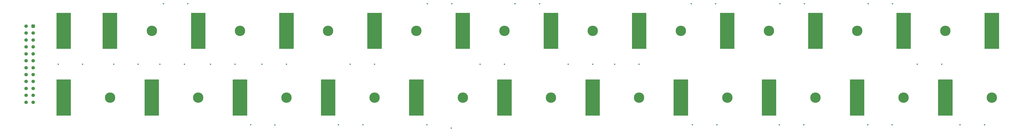
<source format=gbr>
%TF.GenerationSoftware,KiCad,Pcbnew,9.0.4*%
%TF.CreationDate,2025-09-16T19:44:55+08:00*%
%TF.ProjectId,accum_pcb_up,61636375-6d5f-4706-9362-5f75702e6b69,rev?*%
%TF.SameCoordinates,Original*%
%TF.FileFunction,Copper,L4,Bot*%
%TF.FilePolarity,Positive*%
%FSLAX46Y46*%
G04 Gerber Fmt 4.6, Leading zero omitted, Abs format (unit mm)*
G04 Created by KiCad (PCBNEW 9.0.4) date 2025-09-16 19:44:55*
%MOMM*%
%LPD*%
G01*
G04 APERTURE LIST*
G04 Aperture macros list*
%AMRoundRect*
0 Rectangle with rounded corners*
0 $1 Rounding radius*
0 $2 $3 $4 $5 $6 $7 $8 $9 X,Y pos of 4 corners*
0 Add a 4 corners polygon primitive as box body*
4,1,4,$2,$3,$4,$5,$6,$7,$8,$9,$2,$3,0*
0 Add four circle primitives for the rounded corners*
1,1,$1+$1,$2,$3*
1,1,$1+$1,$4,$5*
1,1,$1+$1,$6,$7*
1,1,$1+$1,$8,$9*
0 Add four rect primitives between the rounded corners*
20,1,$1+$1,$2,$3,$4,$5,0*
20,1,$1+$1,$4,$5,$6,$7,0*
20,1,$1+$1,$6,$7,$8,$9,0*
20,1,$1+$1,$8,$9,$2,$3,0*%
G04 Aperture macros list end*
%TA.AperFunction,ComponentPad*%
%ADD10C,4.500000*%
%TD*%
%TA.AperFunction,ComponentPad*%
%ADD11RoundRect,0.250001X-0.499999X0.499999X-0.499999X-0.499999X0.499999X-0.499999X0.499999X0.499999X0*%
%TD*%
%TA.AperFunction,ComponentPad*%
%ADD12C,1.500000*%
%TD*%
%TA.AperFunction,ViaPad*%
%ADD13C,0.600000*%
%TD*%
G04 APERTURE END LIST*
D10*
%TO.P,,1*%
%TO.N,/Cell_8-*%
X235443015Y-179675500D03*
%TD*%
%TO.P,,1*%
%TO.N,/Cell_14-*%
X349583304Y-179680000D03*
%TD*%
%TO.P,,1*%
%TO.N,N/C*%
X367583985Y-179681500D03*
%TD*%
%TO.P,,1*%
%TO.N,/Cell_22-*%
X501770334Y-179686000D03*
%TD*%
%TO.P,,1*%
%TO.N,N/C*%
X139303985Y-179672500D03*
%TD*%
%TO.P,,1*%
%TO.N,N/C*%
X291491015Y-179678500D03*
%TD*%
%TO.P,,1*%
%TO.N,N/C*%
X177350333Y-179674000D03*
%TD*%
%TO.P,,1*%
%TO.N,/Cell_7-*%
X215382564Y-208611500D03*
%TD*%
%TO.P,,1*%
%TO.N,N/C*%
X159350015Y-208610500D03*
%TD*%
%TO.P,,1*%
%TO.N,/Cell_5-*%
X177350696Y-208612000D03*
%TD*%
%TO.P,,1*%
%TO.N,N/C*%
X121303682Y-208611500D03*
%TD*%
%TO.P,,1*%
%TO.N,/Cell_15-*%
X367584348Y-208619500D03*
%TD*%
%TO.P,,1*%
%TO.N,/Cell_19-*%
X443678015Y-208620500D03*
%TD*%
%TO.P,,1*%
%TO.N,/Cell_17-*%
X405631363Y-208619000D03*
%TD*%
%TO.P,,1*%
%TO.N,N/C*%
X235443378Y-208611500D03*
%TD*%
%TO.P,,1*%
%TO.N,/Cell_16-*%
X387629652Y-179681500D03*
%TD*%
D11*
%TO.P,J1,1,Pin_1*%
%TO.N,/Cell_20-_out*%
X88070000Y-177652144D03*
D12*
%TO.P,J1,2,Pin_2*%
%TO.N,/Cell_16-_out*%
X88070000Y-180652144D03*
%TO.P,J1,3,Pin_3*%
%TO.N,/Cell_1+_out*%
X88070000Y-183652144D03*
%TO.P,J1,4,Pin_4*%
%TO.N,/Cell_4-_out*%
X88070000Y-186652144D03*
%TO.P,J1,5,Pin_5*%
%TO.N,/Cell_2-_out*%
X88070000Y-189652144D03*
%TO.P,J1,6,Pin_6*%
%TO.N,/Cell_6-_out*%
X88070000Y-192652144D03*
%TO.P,J1,7,Pin_7*%
%TO.N,/Cell_3-_out*%
X88070000Y-195652144D03*
%TO.P,J1,8,Pin_8*%
%TO.N,/Cell_1-_out*%
X88070000Y-198652144D03*
%TO.P,J1,9,Pin_9*%
%TO.N,/Cell_7-_out*%
X88070000Y-201652144D03*
%TO.P,J1,10,Pin_10*%
%TO.N,/Cell_5-_out*%
X88070000Y-204652144D03*
%TO.P,J1,11,Pin_11*%
%TO.N,/Cell_15-_out*%
X88070000Y-207652144D03*
%TO.P,J1,12,Pin_12*%
%TO.N,/Cell_17-_out*%
X88070000Y-210652144D03*
%TO.P,J1,13,Pin_13*%
%TO.N,/Cell_22-_out*%
X85070000Y-177652144D03*
%TO.P,J1,14,Pin_14*%
%TO.N,/Cell_18-_out*%
X85070000Y-180652144D03*
%TO.P,J1,15,Pin_15*%
%TO.N,/Cell_10-_out*%
X85070000Y-183652144D03*
%TO.P,J1,16,Pin_16*%
%TO.N,/Cell_12-_out*%
X85070000Y-186652144D03*
%TO.P,J1,17,Pin_17*%
%TO.N,/Cell_14-_out*%
X85070000Y-189652144D03*
%TO.P,J1,18,Pin_18*%
%TO.N,/Cell_8-_out*%
X85070000Y-192652144D03*
%TO.P,J1,19,Pin_19*%
%TO.N,/Cell_13-_out*%
X85070000Y-195652144D03*
%TO.P,J1,20,Pin_20*%
%TO.N,/Cell_11-_out*%
X85070000Y-198652144D03*
%TO.P,J1,21,Pin_21*%
%TO.N,/Cell_9-_out*%
X85070000Y-201652144D03*
%TO.P,J1,22,Pin_22*%
%TO.N,unconnected-(J1-Pin_22-Pad22)*%
X85070000Y-204652144D03*
%TO.P,J1,23,Pin_23*%
%TO.N,/Cell_19-_out*%
X85070000Y-207652144D03*
%TO.P,J1,24,Pin_24*%
%TO.N,/Cell_21-_out*%
X85070000Y-210652144D03*
%TD*%
D10*
%TO.P,,1*%
%TO.N,N/C*%
X425677030Y-208619000D03*
%TD*%
%TO.P,,1*%
%TO.N,N/C*%
X311536682Y-208611500D03*
%TD*%
%TO.P,,1*%
%TO.N,/Cell_12-*%
X311536682Y-179678500D03*
%TD*%
%TO.P,,1*%
%TO.N,N/C*%
X349583667Y-208618000D03*
%TD*%
%TO.P,,1*%
%TO.N,/Cell_6-*%
X197396000Y-179674000D03*
%TD*%
%TO.P,,1*%
%TO.N,/Cell_9-*%
X253444363Y-208613000D03*
%TD*%
%TO.P,,1*%
%TO.N,N/C*%
X329537637Y-179680000D03*
%TD*%
%TO.P,,1*%
%TO.N,/Cell_11-*%
X291491015Y-208611500D03*
%TD*%
%TO.P,,1*%
%TO.N,N/C*%
X273490030Y-208613000D03*
%TD*%
%TO.P,,1*%
%TO.N,N/C*%
X387630015Y-208619500D03*
%TD*%
%TO.P,,1*%
%TO.N,/Cell_10-*%
X273489667Y-179677000D03*
%TD*%
%TO.P,,1*%
%TO.N,N/C*%
X215397348Y-179675500D03*
%TD*%
%TO.P,,1*%
%TO.N,N/C*%
X443677652Y-179684500D03*
%TD*%
%TO.P,,1*%
%TO.N,/Cell_20-*%
X463723319Y-179684500D03*
%TD*%
%TO.P,,1*%
%TO.N,/Cell_4-*%
X159349652Y-179672500D03*
%TD*%
%TO.P,,1*%
%TO.N,/Cell_3-*%
X139304348Y-208610500D03*
%TD*%
%TO.P,,1*%
%TO.N,/Cell_1+*%
X101257652Y-179673500D03*
%TD*%
%TO.P,,1*%
%TO.N,N/C*%
X481724667Y-179686000D03*
%TD*%
%TO.P,,1*%
%TO.N,/Cell_21-*%
X481724667Y-208619000D03*
%TD*%
%TO.P,,1*%
%TO.N,/Cell_2-*%
X121303319Y-179673500D03*
%TD*%
%TO.P,,1*%
%TO.N,/Cell_13-*%
X329538000Y-208618000D03*
%TD*%
%TO.P,,1*%
%TO.N,/Cell_1-*%
X101258015Y-208611500D03*
%TD*%
%TO.P,,1*%
%TO.N,N/C*%
X501770334Y-208619000D03*
%TD*%
%TO.P,,1*%
%TO.N,N/C*%
X405631000Y-179683000D03*
%TD*%
%TO.P,,1*%
%TO.N,N/C*%
X463723682Y-208620500D03*
%TD*%
%TO.P,,1*%
%TO.N,/Cell_18-*%
X425676667Y-179683000D03*
%TD*%
%TO.P,,1*%
%TO.N,N/C*%
X253444000Y-179677000D03*
%TD*%
%TO.P,,1*%
%TO.N,N/C*%
X197396363Y-208612000D03*
%TD*%
D13*
%TO.N,/Cell_1+_out*%
X98925000Y-194152145D03*
%TO.N,/Cell_1+*%
X101257652Y-185673500D03*
X109475000Y-194152145D03*
%TO.N,/Cell_1-_out*%
X122891000Y-194152145D03*
%TO.N,/Cell_1-*%
X133441000Y-194152145D03*
X101258015Y-202611500D03*
%TO.N,/Cell_2-*%
X121303319Y-185673500D03*
X153392000Y-194152145D03*
%TO.N,/Cell_2-_out*%
X142842000Y-194152145D03*
%TO.N,/Cell_3-_out*%
X164645000Y-194152145D03*
%TO.N,/Cell_3-*%
X139304348Y-202610500D03*
X175195000Y-194152145D03*
%TO.N,/Cell_4-*%
X154833000Y-167947000D03*
X159349652Y-173673500D03*
%TO.N,/Cell_4-_out*%
X144283000Y-167947000D03*
%TO.N,/Cell_5-_out*%
X192426114Y-220468114D03*
%TO.N,/Cell_5-*%
X177350696Y-214612000D03*
X181964228Y-220380000D03*
%TO.N,/Cell_6-_out*%
X186846000Y-194152145D03*
%TO.N,/Cell_6-*%
X197396000Y-185674000D03*
X197396000Y-194152145D03*
%TO.N,/Cell_7-_out*%
X219878000Y-220380000D03*
%TO.N,/Cell_7-*%
X230428000Y-220380000D03*
X215382564Y-214612000D03*
%TO.N,/Cell_8-_out*%
X224906000Y-194152145D03*
%TO.N,/Cell_8-*%
X235456000Y-194152145D03*
X235443015Y-185675500D03*
%TO.N,/Cell_9-_out*%
X268570000Y-221880000D03*
%TO.N,/Cell_9-*%
X258020000Y-220380000D03*
X253444363Y-214612000D03*
%TO.N,/Cell_10-_out*%
X258197000Y-167947000D03*
%TO.N,/Cell_10-*%
X268747000Y-167947000D03*
X273489667Y-173673500D03*
%TO.N,/Cell_11-_out*%
X280948000Y-194152145D03*
%TO.N,/Cell_11-*%
X291498000Y-194152145D03*
X291491015Y-202611500D03*
%TO.N,/Cell_12-*%
X306629000Y-167947000D03*
X311536682Y-173673500D03*
%TO.N,/Cell_12-_out*%
X296079000Y-167947000D03*
%TO.N,/Cell_13-*%
X329546000Y-194152145D03*
X329538000Y-202618000D03*
%TO.N,/Cell_13-_out*%
X318996000Y-194152145D03*
%TO.N,/Cell_14-_out*%
X339043000Y-194152145D03*
%TO.N,/Cell_14-*%
X349593000Y-194152145D03*
X349583304Y-185680000D03*
%TO.N,/Cell_15-*%
X367584348Y-214612000D03*
X372584000Y-220380000D03*
%TO.N,/Cell_15-_out*%
X383134000Y-220380000D03*
%TO.N,/Cell_16-*%
X382597000Y-167947000D03*
X387629652Y-173673500D03*
%TO.N,/Cell_16-_out*%
X372047000Y-167947000D03*
%TO.N,/Cell_17-_out*%
X420668200Y-220380000D03*
%TO.N,/Cell_17-*%
X405631363Y-214612000D03*
X410118200Y-220380000D03*
%TO.N,/Cell_18-_out*%
X410339000Y-167947000D03*
%TO.N,/Cell_18-*%
X425676667Y-173673500D03*
X420889000Y-167947000D03*
%TO.N,/Cell_19-_out*%
X458816000Y-220380000D03*
%TO.N,/Cell_19-*%
X448266000Y-220380000D03*
X443678015Y-214612000D03*
%TO.N,/Cell_20-_out*%
X448407000Y-167947000D03*
%TO.N,/Cell_20-*%
X463723319Y-173673500D03*
X458957000Y-167947000D03*
%TO.N,/Cell_21-*%
X481724667Y-214612000D03*
X488069000Y-220380000D03*
%TO.N,/Cell_21-_out*%
X498619000Y-220380000D03*
%TO.N,/Cell_22-*%
X480201000Y-194152145D03*
X501770334Y-185673500D03*
%TO.N,/Cell_22-_out*%
X469651000Y-194152145D03*
%TD*%
%TA.AperFunction,Conductor*%
%TO.N,/Cell_17-*%
G36*
X408685870Y-200828185D02*
G01*
X408731625Y-200880989D01*
X408742831Y-200932500D01*
X408742831Y-216305500D01*
X408723146Y-216372539D01*
X408670342Y-216418294D01*
X408618831Y-216429500D01*
X402643902Y-216429500D01*
X402576863Y-216409815D01*
X402531108Y-216357011D01*
X402519902Y-216305493D01*
X402520824Y-200932493D01*
X402540513Y-200865454D01*
X402593319Y-200819703D01*
X402644824Y-200808500D01*
X408618831Y-200808500D01*
X408685870Y-200828185D01*
G37*
%TD.AperFunction*%
%TD*%
%TA.AperFunction,Conductor*%
%TO.N,/Cell_11-*%
G36*
X294545522Y-200820685D02*
G01*
X294591277Y-200873489D01*
X294602483Y-200925000D01*
X294602483Y-216298000D01*
X294582798Y-216365039D01*
X294529994Y-216410794D01*
X294478483Y-216422000D01*
X288503554Y-216422000D01*
X288436515Y-216402315D01*
X288390760Y-216349511D01*
X288379554Y-216297993D01*
X288380476Y-200924993D01*
X288400165Y-200857954D01*
X288452971Y-200812203D01*
X288504476Y-200801000D01*
X294478483Y-200801000D01*
X294545522Y-200820685D01*
G37*
%TD.AperFunction*%
%TD*%
%TA.AperFunction,Conductor*%
%TO.N,/Cell_10-*%
G36*
X276544174Y-171886185D02*
G01*
X276589929Y-171938989D01*
X276601135Y-171990500D01*
X276601135Y-187363500D01*
X276581450Y-187430539D01*
X276528646Y-187476294D01*
X276477135Y-187487500D01*
X270502206Y-187487500D01*
X270435167Y-187467815D01*
X270389412Y-187415011D01*
X270378206Y-187363493D01*
X270379128Y-171990493D01*
X270398817Y-171923454D01*
X270451623Y-171877703D01*
X270503128Y-171866500D01*
X276477135Y-171866500D01*
X276544174Y-171886185D01*
G37*
%TD.AperFunction*%
%TD*%
%TA.AperFunction,Conductor*%
%TO.N,/Cell_5-*%
G36*
X180405203Y-200821185D02*
G01*
X180450958Y-200873989D01*
X180462164Y-200925500D01*
X180462164Y-216298500D01*
X180442479Y-216365539D01*
X180389675Y-216411294D01*
X180338164Y-216422500D01*
X174363235Y-216422500D01*
X174296196Y-216402815D01*
X174250441Y-216350011D01*
X174239235Y-216298493D01*
X174240157Y-200925493D01*
X174259846Y-200858454D01*
X174312652Y-200812703D01*
X174364157Y-200801500D01*
X180338164Y-200801500D01*
X180405203Y-200821185D01*
G37*
%TD.AperFunction*%
%TD*%
%TA.AperFunction,Conductor*%
%TO.N,/Cell_18-*%
G36*
X428731174Y-171892185D02*
G01*
X428776929Y-171944989D01*
X428788135Y-171996500D01*
X428788135Y-187369500D01*
X428768450Y-187436539D01*
X428715646Y-187482294D01*
X428664135Y-187493500D01*
X422689206Y-187493500D01*
X422622167Y-187473815D01*
X422576412Y-187421011D01*
X422565206Y-187369493D01*
X422566128Y-171996493D01*
X422585817Y-171929454D01*
X422638623Y-171883703D01*
X422690128Y-171872500D01*
X428664135Y-171872500D01*
X428731174Y-171892185D01*
G37*
%TD.AperFunction*%
%TD*%
%TA.AperFunction,Conductor*%
%TO.N,/Cell_4-*%
G36*
X162404159Y-171881685D02*
G01*
X162449914Y-171934489D01*
X162461120Y-171986000D01*
X162461120Y-187359000D01*
X162441435Y-187426039D01*
X162388631Y-187471794D01*
X162337120Y-187483000D01*
X156362191Y-187483000D01*
X156295152Y-187463315D01*
X156249397Y-187410511D01*
X156238191Y-187358993D01*
X156239113Y-171985993D01*
X156258802Y-171918954D01*
X156311608Y-171873203D01*
X156363113Y-171862000D01*
X162337120Y-171862000D01*
X162404159Y-171881685D01*
G37*
%TD.AperFunction*%
%TD*%
%TA.AperFunction,Conductor*%
%TO.N,/Cell_1-*%
G36*
X104312522Y-200820685D02*
G01*
X104358277Y-200873489D01*
X104369483Y-200925000D01*
X104369483Y-216298000D01*
X104349798Y-216365039D01*
X104296994Y-216410794D01*
X104245483Y-216422000D01*
X98270554Y-216422000D01*
X98203515Y-216402315D01*
X98157760Y-216349511D01*
X98146554Y-216297993D01*
X98147476Y-200924993D01*
X98167165Y-200857954D01*
X98219971Y-200812203D01*
X98271476Y-200801000D01*
X104245483Y-200801000D01*
X104312522Y-200820685D01*
G37*
%TD.AperFunction*%
%TD*%
%TA.AperFunction,Conductor*%
%TO.N,/Cell_7-*%
G36*
X218437071Y-200820685D02*
G01*
X218482826Y-200873489D01*
X218494032Y-200925000D01*
X218494032Y-216298000D01*
X218474347Y-216365039D01*
X218421543Y-216410794D01*
X218370032Y-216422000D01*
X212395103Y-216422000D01*
X212328064Y-216402315D01*
X212282309Y-216349511D01*
X212271103Y-216297993D01*
X212272025Y-200924993D01*
X212291714Y-200857954D01*
X212344520Y-200812203D01*
X212396025Y-200801000D01*
X218370032Y-200801000D01*
X218437071Y-200820685D01*
G37*
%TD.AperFunction*%
%TD*%
%TA.AperFunction,Conductor*%
%TO.N,/Cell_13-*%
G36*
X332592507Y-200827185D02*
G01*
X332638262Y-200879989D01*
X332649468Y-200931500D01*
X332649468Y-216304500D01*
X332629783Y-216371539D01*
X332576979Y-216417294D01*
X332525468Y-216428500D01*
X326550539Y-216428500D01*
X326483500Y-216408815D01*
X326437745Y-216356011D01*
X326426539Y-216304493D01*
X326427461Y-200931493D01*
X326447150Y-200864454D01*
X326499956Y-200818703D01*
X326551461Y-200807500D01*
X332525468Y-200807500D01*
X332592507Y-200827185D01*
G37*
%TD.AperFunction*%
%TD*%
%TA.AperFunction,Conductor*%
%TO.N,/Cell_22-*%
G36*
X504824841Y-171895185D02*
G01*
X504870596Y-171947989D01*
X504881802Y-171999500D01*
X504881802Y-187372500D01*
X504862117Y-187439539D01*
X504809313Y-187485294D01*
X504757802Y-187496500D01*
X498782873Y-187496500D01*
X498715834Y-187476815D01*
X498670079Y-187424011D01*
X498658873Y-187372493D01*
X498659795Y-171999493D01*
X498679484Y-171932454D01*
X498732290Y-171886703D01*
X498783795Y-171875500D01*
X504757802Y-171875500D01*
X504824841Y-171895185D01*
G37*
%TD.AperFunction*%
%TD*%
%TA.AperFunction,Conductor*%
%TO.N,/Cell_12-*%
G36*
X314591189Y-171887685D02*
G01*
X314636944Y-171940489D01*
X314648150Y-171992000D01*
X314648150Y-187365000D01*
X314628465Y-187432039D01*
X314575661Y-187477794D01*
X314524150Y-187489000D01*
X308549221Y-187489000D01*
X308482182Y-187469315D01*
X308436427Y-187416511D01*
X308425221Y-187364993D01*
X308426143Y-171991993D01*
X308445832Y-171924954D01*
X308498638Y-171879203D01*
X308550143Y-171868000D01*
X314524150Y-171868000D01*
X314591189Y-171887685D01*
G37*
%TD.AperFunction*%
%TD*%
%TA.AperFunction,Conductor*%
%TO.N,/Cell_19-*%
G36*
X446732522Y-200829685D02*
G01*
X446778277Y-200882489D01*
X446789483Y-200934000D01*
X446789483Y-216307000D01*
X446769798Y-216374039D01*
X446716994Y-216419794D01*
X446665483Y-216431000D01*
X440690554Y-216431000D01*
X440623515Y-216411315D01*
X440577760Y-216358511D01*
X440566554Y-216306993D01*
X440567476Y-200933993D01*
X440587165Y-200866954D01*
X440639971Y-200821203D01*
X440691476Y-200810000D01*
X446665483Y-200810000D01*
X446732522Y-200829685D01*
G37*
%TD.AperFunction*%
%TD*%
%TA.AperFunction,Conductor*%
%TO.N,/Cell_16-*%
G36*
X390684159Y-171890685D02*
G01*
X390729914Y-171943489D01*
X390741120Y-171995000D01*
X390741120Y-187368000D01*
X390721435Y-187435039D01*
X390668631Y-187480794D01*
X390617120Y-187492000D01*
X384642191Y-187492000D01*
X384575152Y-187472315D01*
X384529397Y-187419511D01*
X384518191Y-187367993D01*
X384519113Y-171994993D01*
X384538802Y-171927954D01*
X384591608Y-171882203D01*
X384643113Y-171871000D01*
X390617120Y-171871000D01*
X390684159Y-171890685D01*
G37*
%TD.AperFunction*%
%TD*%
%TA.AperFunction,Conductor*%
%TO.N,/Cell_9-*%
G36*
X256498870Y-200822185D02*
G01*
X256544625Y-200874989D01*
X256555831Y-200926500D01*
X256555831Y-216299500D01*
X256536146Y-216366539D01*
X256483342Y-216412294D01*
X256431831Y-216423500D01*
X250456902Y-216423500D01*
X250389863Y-216403815D01*
X250344108Y-216351011D01*
X250332902Y-216299493D01*
X250333824Y-200926493D01*
X250353513Y-200859454D01*
X250406319Y-200813703D01*
X250457824Y-200802500D01*
X256431831Y-200802500D01*
X256498870Y-200822185D01*
G37*
%TD.AperFunction*%
%TD*%
%TA.AperFunction,Conductor*%
%TO.N,/Cell_3-*%
G36*
X142358855Y-200819685D02*
G01*
X142404610Y-200872489D01*
X142415816Y-200924000D01*
X142415816Y-216297000D01*
X142396131Y-216364039D01*
X142343327Y-216409794D01*
X142291816Y-216421000D01*
X136316887Y-216421000D01*
X136249848Y-216401315D01*
X136204093Y-216348511D01*
X136192887Y-216296993D01*
X136193809Y-200923993D01*
X136213498Y-200856954D01*
X136266304Y-200811203D01*
X136317809Y-200800000D01*
X142291816Y-200800000D01*
X142358855Y-200819685D01*
G37*
%TD.AperFunction*%
%TD*%
%TA.AperFunction,Conductor*%
%TO.N,/Cell_21-*%
G36*
X484779174Y-200828185D02*
G01*
X484824929Y-200880989D01*
X484836135Y-200932500D01*
X484836135Y-216305500D01*
X484816450Y-216372539D01*
X484763646Y-216418294D01*
X484712135Y-216429500D01*
X478737206Y-216429500D01*
X478670167Y-216409815D01*
X478624412Y-216357011D01*
X478613206Y-216305493D01*
X478614128Y-200932493D01*
X478633817Y-200865454D01*
X478686623Y-200819703D01*
X478738128Y-200808500D01*
X484712135Y-200808500D01*
X484779174Y-200828185D01*
G37*
%TD.AperFunction*%
%TD*%
%TA.AperFunction,Conductor*%
%TO.N,/Cell_14-*%
G36*
X352637811Y-171889185D02*
G01*
X352683566Y-171941989D01*
X352694772Y-171993500D01*
X352694772Y-187366500D01*
X352675087Y-187433539D01*
X352622283Y-187479294D01*
X352570772Y-187490500D01*
X346595843Y-187490500D01*
X346528804Y-187470815D01*
X346483049Y-187418011D01*
X346471843Y-187366493D01*
X346472765Y-171993493D01*
X346492454Y-171926454D01*
X346545260Y-171880703D01*
X346596765Y-171869500D01*
X352570772Y-171869500D01*
X352637811Y-171889185D01*
G37*
%TD.AperFunction*%
%TD*%
%TA.AperFunction,Conductor*%
%TO.N,/Cell_6-*%
G36*
X200450507Y-171883185D02*
G01*
X200496262Y-171935989D01*
X200507468Y-171987500D01*
X200507468Y-187360500D01*
X200487783Y-187427539D01*
X200434979Y-187473294D01*
X200383468Y-187484500D01*
X194408539Y-187484500D01*
X194341500Y-187464815D01*
X194295745Y-187412011D01*
X194284539Y-187360493D01*
X194285461Y-171987493D01*
X194305150Y-171920454D01*
X194357956Y-171874703D01*
X194409461Y-171863500D01*
X200383468Y-171863500D01*
X200450507Y-171883185D01*
G37*
%TD.AperFunction*%
%TD*%
%TA.AperFunction,Conductor*%
%TO.N,/Cell_2-*%
G36*
X124279071Y-171882685D02*
G01*
X124324826Y-171935489D01*
X124336032Y-171987000D01*
X124336032Y-187360000D01*
X124316347Y-187427039D01*
X124263543Y-187472794D01*
X124212032Y-187484000D01*
X118237103Y-187484000D01*
X118170064Y-187464315D01*
X118124309Y-187411511D01*
X118113103Y-187359993D01*
X118114025Y-171986993D01*
X118133714Y-171919954D01*
X118186520Y-171874203D01*
X118238025Y-171863000D01*
X124212032Y-171863000D01*
X124279071Y-171882685D01*
G37*
%TD.AperFunction*%
%TD*%
%TA.AperFunction,Conductor*%
%TO.N,/Cell_15-*%
G36*
X370638855Y-200828685D02*
G01*
X370684610Y-200881489D01*
X370695816Y-200933000D01*
X370695816Y-216306000D01*
X370676131Y-216373039D01*
X370623327Y-216418794D01*
X370571816Y-216430000D01*
X364596887Y-216430000D01*
X364529848Y-216410315D01*
X364484093Y-216357511D01*
X364472887Y-216305993D01*
X364473809Y-200932993D01*
X364493498Y-200865954D01*
X364546304Y-200820203D01*
X364597809Y-200809000D01*
X370571816Y-200809000D01*
X370638855Y-200828685D01*
G37*
%TD.AperFunction*%
%TD*%
%TA.AperFunction,Conductor*%
%TO.N,/Cell_1+*%
G36*
X104334039Y-171881685D02*
G01*
X104379794Y-171934489D01*
X104391000Y-171986000D01*
X104391000Y-187361000D01*
X104371315Y-187428039D01*
X104318511Y-187473794D01*
X104267000Y-187485000D01*
X98292064Y-187485000D01*
X98225025Y-187465315D01*
X98179270Y-187412511D01*
X98168064Y-187360993D01*
X98168986Y-171985993D01*
X98188675Y-171918954D01*
X98241481Y-171873203D01*
X98292986Y-171862000D01*
X104267000Y-171862000D01*
X104334039Y-171881685D01*
G37*
%TD.AperFunction*%
%TD*%
%TA.AperFunction,Conductor*%
%TO.N,/Cell_8-*%
G36*
X238497522Y-171884685D02*
G01*
X238543277Y-171937489D01*
X238554483Y-171989000D01*
X238554483Y-187362000D01*
X238534798Y-187429039D01*
X238481994Y-187474794D01*
X238430483Y-187486000D01*
X232455554Y-187486000D01*
X232388515Y-187466315D01*
X232342760Y-187413511D01*
X232331554Y-187361993D01*
X232332476Y-171988993D01*
X232352165Y-171921954D01*
X232404971Y-171876203D01*
X232456476Y-171865000D01*
X238430483Y-171865000D01*
X238497522Y-171884685D01*
G37*
%TD.AperFunction*%
%TD*%
%TA.AperFunction,Conductor*%
%TO.N,/Cell_20-*%
G36*
X466777826Y-171893685D02*
G01*
X466823581Y-171946489D01*
X466834787Y-171998000D01*
X466834787Y-187371000D01*
X466815102Y-187438039D01*
X466762298Y-187483794D01*
X466710787Y-187495000D01*
X460735858Y-187495000D01*
X460668819Y-187475315D01*
X460623064Y-187422511D01*
X460611858Y-187370993D01*
X460612780Y-171997993D01*
X460632469Y-171930954D01*
X460685275Y-171885203D01*
X460736780Y-171874000D01*
X466710787Y-171874000D01*
X466777826Y-171893685D01*
G37*
%TD.AperFunction*%
%TD*%
M02*

</source>
